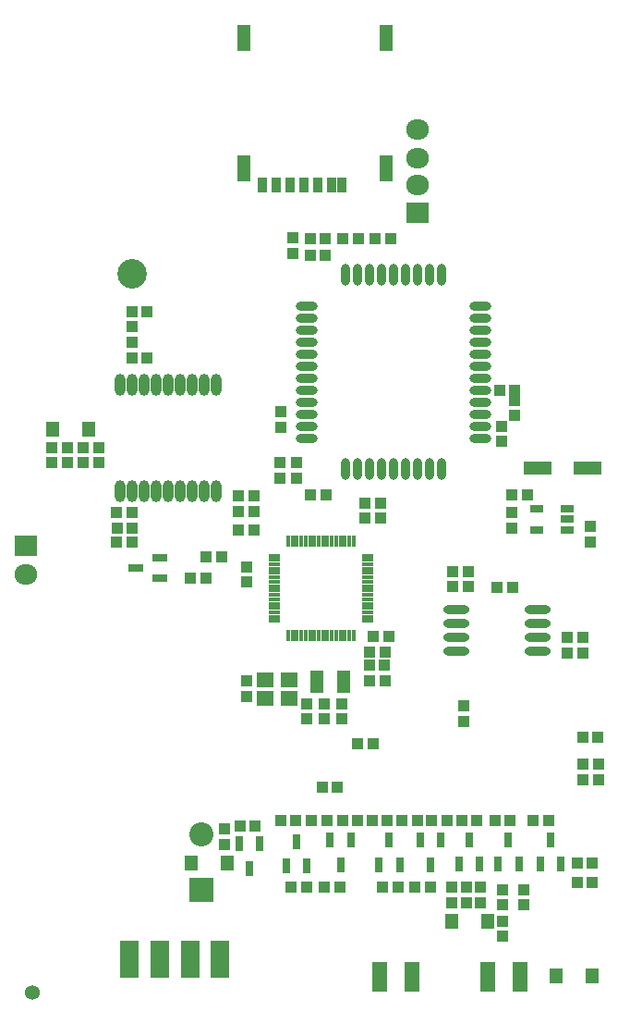
<source format=gbs>
G04*
G04 #@! TF.GenerationSoftware,Altium Limited,Altium Designer,21.0.8 (223)*
G04*
G04 Layer_Color=16711935*
%FSTAX24Y24*%
%MOIN*%
G70*
G04*
G04 #@! TF.SameCoordinates,D94166DE-144D-4B7D-845D-6ED18FE10B1D*
G04*
G04*
G04 #@! TF.FilePolarity,Negative*
G04*
G01*
G75*
%ADD52R,0.0434X0.0395*%
%ADD53R,0.0474X0.0552*%
%ADD54R,0.0395X0.0434*%
%ADD56R,0.1025X0.0474*%
%ADD60R,0.0680X0.1340*%
%ADD62R,0.0552X0.1064*%
%ADD72R,0.0533X0.0316*%
%ADD74R,0.0316X0.0533*%
%ADD76C,0.0513*%
%ADD77O,0.0830X0.0730*%
%ADD78R,0.0830X0.0730*%
%ADD79R,0.0867X0.0867*%
%ADD80C,0.0867*%
%ADD81C,0.0534*%
%ADD125R,0.0375X0.0525*%
%ADD126R,0.0336X0.0525*%
%ADD127R,0.0474X0.0946*%
G04:AMPARAMS|DCode=128|XSize=78.9mil|YSize=39.5mil|CornerRadius=19.8mil|HoleSize=0mil|Usage=FLASHONLY|Rotation=90.000|XOffset=0mil|YOffset=0mil|HoleType=Round|Shape=RoundedRectangle|*
%AMROUNDEDRECTD128*
21,1,0.0789,0.0000,0,0,90.0*
21,1,0.0394,0.0395,0,0,90.0*
1,1,0.0395,0.0000,0.0197*
1,1,0.0395,0.0000,-0.0197*
1,1,0.0395,0.0000,-0.0197*
1,1,0.0395,0.0000,0.0197*
%
%ADD128ROUNDEDRECTD128*%
%ADD129O,0.0316X0.0789*%
%ADD130O,0.0789X0.0316*%
%ADD131R,0.0434X0.0178*%
%ADD132R,0.0178X0.0434*%
%ADD133C,0.1064*%
%ADD134R,0.0513X0.0316*%
%ADD135R,0.0631X0.0552*%
%ADD136R,0.0513X0.0828*%
%ADD137O,0.0946X0.0316*%
D52*
X076283Y034033D02*
D03*
Y034584D02*
D03*
X078548Y052133D02*
D03*
Y051582D02*
D03*
X078099Y05121D02*
D03*
Y050659D02*
D03*
X064751Y054789D02*
D03*
Y054238D02*
D03*
X081285Y047031D02*
D03*
Y047582D02*
D03*
X063006Y049884D02*
D03*
Y050435D02*
D03*
X062439Y050435D02*
D03*
Y049884D02*
D03*
X063558Y050436D02*
D03*
Y049885D02*
D03*
X061873Y049889D02*
D03*
Y05044D02*
D03*
X078897Y033962D02*
D03*
Y034513D02*
D03*
X076731Y041118D02*
D03*
Y040566D02*
D03*
X07233Y040663D02*
D03*
Y041214D02*
D03*
X071059Y040663D02*
D03*
Y041214D02*
D03*
X068895Y041466D02*
D03*
Y042017D02*
D03*
X071694Y040663D02*
D03*
Y041214D02*
D03*
X068881Y046141D02*
D03*
Y04559D02*
D03*
X078475Y048082D02*
D03*
Y047531D02*
D03*
X078115Y033369D02*
D03*
Y032818D02*
D03*
Y034514D02*
D03*
Y033962D02*
D03*
X077343Y034033D02*
D03*
Y034584D02*
D03*
X07682Y034033D02*
D03*
Y034584D02*
D03*
X068103Y036689D02*
D03*
Y036138D02*
D03*
X070684Y049889D02*
D03*
Y049337D02*
D03*
X070143Y051168D02*
D03*
Y051719D02*
D03*
X070094Y049889D02*
D03*
Y049337D02*
D03*
X070573Y057989D02*
D03*
Y057438D02*
D03*
D53*
X063185Y051096D02*
D03*
X061884D02*
D03*
X077585Y033354D02*
D03*
X076284D02*
D03*
X066893Y035473D02*
D03*
X068194D02*
D03*
X08135Y031389D02*
D03*
X080049D02*
D03*
D54*
X073326Y042592D02*
D03*
X073877D02*
D03*
X073473Y043629D02*
D03*
X074025D02*
D03*
X073451Y039751D02*
D03*
X072899D02*
D03*
X071623Y038202D02*
D03*
X072174D02*
D03*
X075519Y034603D02*
D03*
X074968D02*
D03*
X074359D02*
D03*
X073808D02*
D03*
X070668Y036996D02*
D03*
X070117D02*
D03*
X075049Y036996D02*
D03*
X074498D02*
D03*
X075578Y036996D02*
D03*
X076129D02*
D03*
X07666Y036996D02*
D03*
X077212D02*
D03*
X078566Y052513D02*
D03*
X078015D02*
D03*
X064751Y053671D02*
D03*
X065302D02*
D03*
X064753Y055342D02*
D03*
X065304D02*
D03*
X073887Y042037D02*
D03*
X073336D02*
D03*
X073895Y04307D02*
D03*
X073344D02*
D03*
X081027Y043035D02*
D03*
X080475D02*
D03*
X067428Y045732D02*
D03*
X066877D02*
D03*
X064769Y047537D02*
D03*
X064218D02*
D03*
X076884Y04543D02*
D03*
X076333D02*
D03*
X077936Y045402D02*
D03*
X078487D02*
D03*
X071754Y04873D02*
D03*
X071203D02*
D03*
X064753Y047029D02*
D03*
X064202D02*
D03*
X064753Y048086D02*
D03*
X064202D02*
D03*
X06861Y048712D02*
D03*
X069161D02*
D03*
X07373Y048445D02*
D03*
X073178D02*
D03*
X07373Y047892D02*
D03*
X073178D02*
D03*
X071738Y05738D02*
D03*
X071187D02*
D03*
X076333Y045973D02*
D03*
X076884D02*
D03*
X080475Y043602D02*
D03*
X081027D02*
D03*
X072357Y036996D02*
D03*
X072909D02*
D03*
X070508Y034603D02*
D03*
X071059D02*
D03*
X071235Y036996D02*
D03*
X071786D02*
D03*
X072263Y034602D02*
D03*
X071712D02*
D03*
X073979Y036996D02*
D03*
X073428D02*
D03*
X078464Y048732D02*
D03*
X079015D02*
D03*
X079243Y036996D02*
D03*
X079794D02*
D03*
X078409Y036996D02*
D03*
X077858D02*
D03*
X081033Y039035D02*
D03*
X081584D02*
D03*
X081584Y038462D02*
D03*
X081033D02*
D03*
X08157Y039998D02*
D03*
X081019D02*
D03*
X068658Y036803D02*
D03*
X069209D02*
D03*
X071187Y05797D02*
D03*
X071738D02*
D03*
X072366D02*
D03*
X072917D02*
D03*
X073532Y057956D02*
D03*
X074083D02*
D03*
X06861Y047474D02*
D03*
X069161D02*
D03*
X06861Y048142D02*
D03*
X069161D02*
D03*
X067445Y0465D02*
D03*
X067996D02*
D03*
X080818Y034779D02*
D03*
X081369D02*
D03*
X081373Y035448D02*
D03*
X080822D02*
D03*
D56*
X079388Y049709D02*
D03*
X081199D02*
D03*
D60*
X067939Y031993D02*
D03*
X066849D02*
D03*
X065758D02*
D03*
X064668D02*
D03*
D62*
X074874Y031363D02*
D03*
X073693D02*
D03*
X078764D02*
D03*
X077583D02*
D03*
D72*
X065766Y046477D02*
D03*
Y045729D02*
D03*
X06488Y046103D02*
D03*
D74*
X074043Y036286D02*
D03*
X073669Y0354D02*
D03*
X074417D02*
D03*
X075149Y036286D02*
D03*
X075897D02*
D03*
X075523Y0354D02*
D03*
X068989Y035268D02*
D03*
X069363Y036153D02*
D03*
X068615D02*
D03*
X071077Y035357D02*
D03*
X070329D02*
D03*
X070703Y036243D02*
D03*
X071909Y036286D02*
D03*
X072657D02*
D03*
X072283Y0354D02*
D03*
X077298Y035415D02*
D03*
X07655D02*
D03*
X076924Y036301D02*
D03*
X078341Y036301D02*
D03*
X077967Y035415D02*
D03*
X078715D02*
D03*
X079864Y036301D02*
D03*
X07949Y035415D02*
D03*
X080238D02*
D03*
D76*
X064751Y056692D02*
D03*
D77*
X060943Y045878D02*
D03*
X075062Y060871D02*
D03*
Y059891D02*
D03*
Y061881D02*
D03*
D78*
X060943Y046888D02*
D03*
X075062Y058881D02*
D03*
D79*
X067273Y034513D02*
D03*
D80*
Y036513D02*
D03*
D81*
X061157Y03081D02*
D03*
D125*
X069968Y059904D02*
D03*
X070468D02*
D03*
X070968D02*
D03*
X071468D02*
D03*
X071968D02*
D03*
X069468D02*
D03*
D126*
X072342D02*
D03*
D127*
X068806Y060489D02*
D03*
X073924D02*
D03*
Y065213D02*
D03*
X068806D02*
D03*
D128*
X067783Y052696D02*
D03*
X067349D02*
D03*
X066916D02*
D03*
X066483D02*
D03*
X06605D02*
D03*
X065617D02*
D03*
X065184D02*
D03*
X064751D02*
D03*
X064318D02*
D03*
Y048877D02*
D03*
X064751D02*
D03*
X065184D02*
D03*
X065617D02*
D03*
X06605D02*
D03*
X066483D02*
D03*
X066916D02*
D03*
X067349D02*
D03*
X067783D02*
D03*
D129*
X072471Y049649D02*
D03*
X072904D02*
D03*
X073337D02*
D03*
X07377D02*
D03*
X074203D02*
D03*
X074637D02*
D03*
X07507D02*
D03*
X075503D02*
D03*
X075936D02*
D03*
Y056657D02*
D03*
X075503D02*
D03*
X07507D02*
D03*
X074637D02*
D03*
X074203D02*
D03*
X07377D02*
D03*
X073337D02*
D03*
X072904D02*
D03*
X072471D02*
D03*
D130*
X077333Y050771D02*
D03*
Y051205D02*
D03*
Y051638D02*
D03*
Y052071D02*
D03*
Y052504D02*
D03*
Y052937D02*
D03*
Y05337D02*
D03*
Y053803D02*
D03*
Y054236D02*
D03*
Y054669D02*
D03*
Y055102D02*
D03*
Y055535D02*
D03*
X071074D02*
D03*
Y055102D02*
D03*
Y054669D02*
D03*
Y054236D02*
D03*
Y053803D02*
D03*
Y05337D02*
D03*
Y052937D02*
D03*
Y052504D02*
D03*
Y052071D02*
D03*
Y051638D02*
D03*
Y051205D02*
D03*
Y050771D02*
D03*
D131*
X073268Y046546D02*
D03*
X073268Y046389D02*
D03*
X073268Y046231D02*
D03*
Y046074D02*
D03*
Y045916D02*
D03*
Y045759D02*
D03*
Y045601D02*
D03*
Y045444D02*
D03*
Y045286D02*
D03*
X073268Y045129D02*
D03*
X073268Y044971D02*
D03*
Y044814D02*
D03*
Y044656D02*
D03*
X073268Y044499D02*
D03*
X073268Y044341D02*
D03*
X073268Y044184D02*
D03*
X069882Y046546D02*
D03*
X069882Y046389D02*
D03*
X069882Y046231D02*
D03*
X069882Y046074D02*
D03*
X069882Y045916D02*
D03*
X069882Y045759D02*
D03*
X069882Y045601D02*
D03*
X069882Y045444D02*
D03*
X069882Y045286D02*
D03*
Y045129D02*
D03*
Y044971D02*
D03*
Y044814D02*
D03*
Y044656D02*
D03*
Y044499D02*
D03*
X069882Y044341D02*
D03*
Y044184D02*
D03*
D132*
X072756Y043672D02*
D03*
X072598D02*
D03*
X072441Y043672D02*
D03*
X072283Y043672D02*
D03*
X072126D02*
D03*
X071968D02*
D03*
X071811D02*
D03*
X071654D02*
D03*
X071496D02*
D03*
X071339Y043672D02*
D03*
X071181Y043672D02*
D03*
X071024D02*
D03*
X070866D02*
D03*
X070709D02*
D03*
X070551Y043672D02*
D03*
X070394Y043672D02*
D03*
X072756Y047058D02*
D03*
X072598Y047058D02*
D03*
X072441Y047058D02*
D03*
X072283Y047058D02*
D03*
X072126Y047058D02*
D03*
X071968D02*
D03*
X071811D02*
D03*
X071654D02*
D03*
X071496Y047058D02*
D03*
X071339Y047058D02*
D03*
X071181D02*
D03*
X071024D02*
D03*
X070866D02*
D03*
X070709D02*
D03*
X070551D02*
D03*
X070394Y047058D02*
D03*
D133*
X064751Y056692D02*
D03*
D134*
X080474Y048225D02*
D03*
Y047851D02*
D03*
Y047477D02*
D03*
X079372D02*
D03*
Y048225D02*
D03*
D135*
X070418Y042076D02*
D03*
Y041407D02*
D03*
X069552Y042076D02*
D03*
Y041407D02*
D03*
D136*
X071428Y042009D02*
D03*
X072412D02*
D03*
D137*
X079381Y044612D02*
D03*
Y044112D02*
D03*
Y043612D02*
D03*
Y043112D02*
D03*
X076468Y044612D02*
D03*
Y044112D02*
D03*
Y043612D02*
D03*
Y043112D02*
D03*
M02*

</source>
